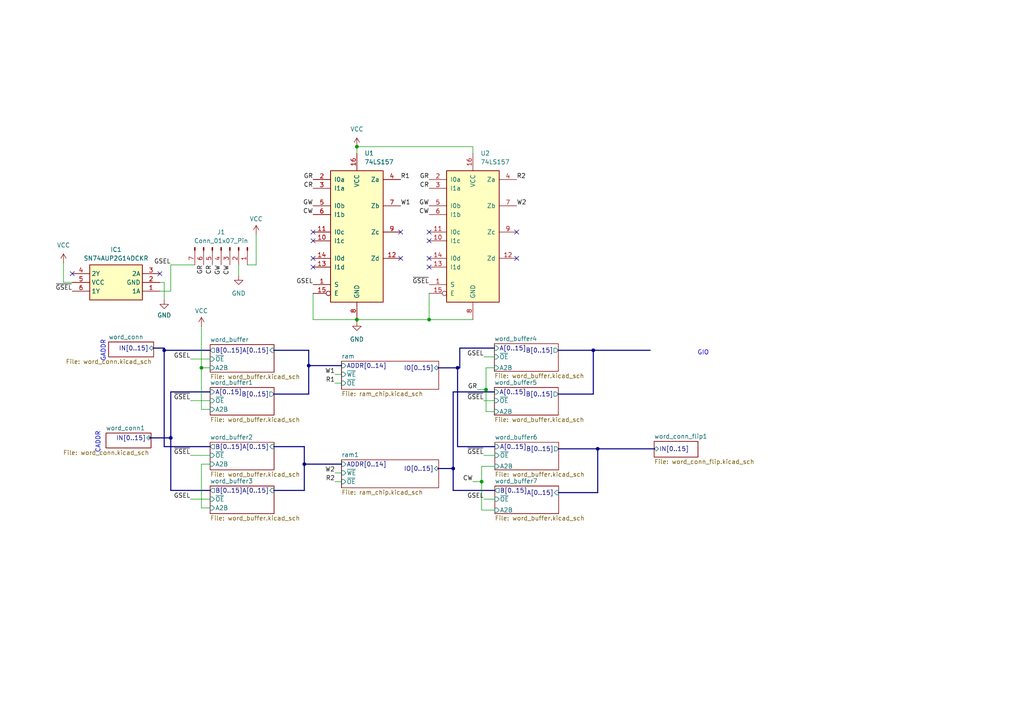
<source format=kicad_sch>
(kicad_sch (version 20231120) (generator "eeschema") (generator_version "8.0")
  (paper "A4")
  (lib_symbols
    (symbol "74xx:74LS157" (pin_names (offset 1.016))
      (property "Reference" "U" (at -7.62 19.05 0))
      (property "Value" "74LS157" (at -7.62 -21.59 0))
      (symbol "74LS157_1_0"
        (pin input line (at -12.7 -15.24 0) (length 5.08) (name "S") (number "1"))
        (pin input line (at -12.7 -2.54 0) (length 5.08) (name "I1c") (number "10"))
        (pin input line (at -12.7 0 0) (length 5.08) (name "I0c") (number "11"))
        (pin output line (at 12.7 -7.62 180) (length 5.08) (name "Zd") (number "12"))
        (pin input line (at -12.7 -10.16 0) (length 5.08) (name "I1d") (number "13"))
        (pin input line (at -12.7 -7.62 0) (length 5.08) (name "I0d") (number "14"))
        (pin input inverted (at -12.7 -17.78 0) (length 5.08) (name "E") (number "15"))
        (pin power_in line (at 0 22.86 270) (length 5.08) (name "VCC") (number "16"))
        (pin input line (at -12.7 15.24 0) (length 5.08) (name "I0a") (number "2"))
        (pin input line (at -12.7 12.7 0) (length 5.08) (name "I1a") (number "3"))
        (pin output line (at 12.7 15.24 180) (length 5.08) (name "Za") (number "4"))
        (pin input line (at -12.7 7.62 0) (length 5.08) (name "I0b") (number "5"))
        (pin input line (at -12.7 5.08 0) (length 5.08) (name "I1b") (number "6"))
        (pin output line (at 12.7 7.62 180) (length 5.08) (name "Zb") (number "7"))
        (pin power_in line (at 0 -25.4 90) (length 5.08) (name "GND") (number "8"))
        (pin output line (at 12.7 0 180) (length 5.08) (name "Zc") (number "9"))
      )
      (symbol "74LS157_1_1"
        (rectangle (start -7.62 17.78) (end 7.62 -20.32) (stroke (width 0.254)) (fill (type background)))
      )
    )
    (symbol "Connector:Conn_01x07_Pin" (pin_names (offset 1.016) hide)
      (property "Reference" "J" (at 0 10.16 0))
      (property "Value" "Conn_01x07_Pin" (at 0 -10.16 0))
      (symbol "Conn_01x07_Pin_1_1"
        (polyline (pts (xy 1.27 -7.62) (xy 0.8636 -7.62)) (stroke (width 0.1524)))
        (polyline (pts (xy 1.27 -5.08) (xy 0.8636 -5.08)) (stroke (width 0.1524)))
        (polyline (pts (xy 1.27 -2.54) (xy 0.8636 -2.54)) (stroke (width 0.1524)))
        (polyline (pts (xy 1.27 0) (xy 0.8636 0)) (stroke (width 0.1524)))
        (polyline (pts (xy 1.27 2.54) (xy 0.8636 2.54)) (stroke (width 0.1524)))
        (polyline (pts (xy 1.27 5.08) (xy 0.8636 5.08)) (stroke (width 0.1524)))
        (polyline (pts (xy 1.27 7.62) (xy 0.8636 7.62)) (stroke (width 0.1524)))
        (rectangle (start 0.8636 -7.493) (end 0 -7.747) (stroke (width 0.1524)) (fill (type outline)))
        (rectangle (start 0.8636 -4.953) (end 0 -5.207) (stroke (width 0.1524)) (fill (type outline)))
        (rectangle (start 0.8636 -2.413) (end 0 -2.667) (stroke (width 0.1524)) (fill (type outline)))
        (rectangle (start 0.8636 0.127) (end 0 -0.127) (stroke (width 0.1524)) (fill (type outline)))
        (rectangle (start 0.8636 2.667) (end 0 2.413) (stroke (width 0.1524)) (fill (type outline)))
        (rectangle (start 0.8636 5.207) (end 0 4.953) (stroke (width 0.1524)) (fill (type outline)))
        (rectangle (start 0.8636 7.747) (end 0 7.493) (stroke (width 0.1524)) (fill (type outline)))
        (pin passive line (at 5.08 7.62 180) (length 3.81) (name "Pin_1") (number "1"))
        (pin passive line (at 5.08 5.08 180) (length 3.81) (name "Pin_2") (number "2"))
        (pin passive line (at 5.08 2.54 180) (length 3.81) (name "Pin_3") (number "3"))
        (pin passive line (at 5.08 0 180) (length 3.81) (name "Pin_4") (number "4"))
        (pin passive line (at 5.08 -2.54 180) (length 3.81) (name "Pin_5") (number "5"))
        (pin passive line (at 5.08 -5.08 180) (length 3.81) (name "Pin_6") (number "6"))
        (pin passive line (at 5.08 -7.62 180) (length 3.81) (name "Pin_7") (number "7"))
      )
    )
    (symbol "SN74AUP2G14DCKR:SN74AUP2G14DCKR"
      (property "Reference" "IC" (at 21.59 7.62 0))
      (property "Value" "SN74AUP2G14DCKR" (at 21.59 5.08 0))
      (symbol "SN74AUP2G14DCKR_1_1"
        (rectangle (start 5.08 2.54) (end 20.32 -7.62) (stroke (width 0.254)) (fill (type background)))
        (pin passive line (at 0 0 0) (length 5.08) (name "1A") (number "1"))
        (pin power_in line (at 0 -2.54 0) (length 5.08) (name "GND") (number "2"))
        (pin passive line (at 0 -5.08 0) (length 5.08) (name "2A") (number "3"))
        (pin passive line (at 25.4 -5.08 180) (length 5.08) (name "2Y") (number "4"))
        (pin power_in line (at 25.4 -2.54 180) (length 5.08) (name "VCC") (number "5"))
        (pin passive line (at 25.4 0 180) (length 5.08) (name "1Y") (number "6"))
      )
    )
    (symbol "power:GND" (power) (pin_numbers hide) (pin_names (offset 0) hide)
      (property "Value" "GND" (at 0 -3.81 0))
      (symbol "GND_0_1"
        (polyline (pts (xy 0 0) (xy 0 -1.27) (xy 1.27 -1.27) (xy 0 -2.54) (xy -1.27 -1.27) (xy 0 -1.27)))
      )
      (symbol "GND_1_1"
        (pin power_in line (at 0 0 270) (length 0) (name "~") (number "1"))
      )
    )
    (symbol "power:VCC" (power) (pin_numbers hide) (pin_names (offset 0) hide)
      (property "Value" "VCC" (at 0 3.556 0))
      (symbol "VCC_0_1"
        (polyline (pts (xy -0.762 1.27) (xy 0 2.54)))
        (polyline (pts (xy 0 0) (xy 0 2.54)))
        (polyline (pts (xy 0 2.54) (xy 0.762 1.27)))
      )
      (symbol "VCC_1_1"
        (pin power_in line (at 0 0 90) (length 0) (name "~") (number "1"))
      )
    )
  )
  (junction (at 131.445 135.89))
  (junction (at 58.42 106.68))
  (junction (at 88.265 134.62))
  (junction (at 172.085 101.6))
  (junction (at 89.535 106.045))
  (junction (at 139.7 139.7))
  (junction (at 132.715 106.68))
  (junction (at 47.625 101.6))
  (junction (at 140.97 113.03))
  (junction (at 103.505 92.71))
  (junction (at 173.355 130.175))
  (junction (at 103.505 42.545))
  (junction (at 49.53 127))
  (junction (at 124.46 92.71))
  (no_connect (at 124.46 69.85))
  (no_connect (at 124.46 74.93))
  (no_connect (at 124.46 77.47))
  (no_connect (at 90.805 67.31))
  (no_connect (at 20.955 79.375))
  (no_connect (at 116.205 67.31))
  (no_connect (at 90.805 74.93))
  (no_connect (at 90.805 69.85))
  (no_connect (at 149.86 74.93))
  (no_connect (at 124.46 67.31))
  (no_connect (at 149.86 67.31))
  (no_connect (at 116.205 74.93))
  (no_connect (at 46.355 79.375))
  (no_connect (at 90.805 77.47))
  (wire (pts (xy 18.415 81.915) (xy 20.955 81.915)))
  (wire (pts (xy 140.97 119.38) (xy 143.383 119.38)))
  (wire (pts (xy 49.53 76.835) (xy 56.515 76.835)))
  (wire (pts (xy 137.16 139.7) (xy 139.7 139.7)))
  (bus (pts (xy 161.925 142.875) (xy 173.355 142.875)))
  (bus (pts (xy 173.355 142.875) (xy 173.355 130.175)))
  (bus (pts (xy 173.355 130.175) (xy 189.865 130.175)))
  (bus (pts (xy 133.35 100.965) (xy 133.35 106.68)))
  (bus (pts (xy 89.535 114.3) (xy 89.535 106.045)))
  (bus (pts (xy 89.535 101.6) (xy 89.535 106.045)))
  (wire (pts (xy 139.7 135.255) (xy 139.7 139.7)))
  (wire (pts (xy 55.245 144.78) (xy 60.96 144.78)))
  (bus (pts (xy 88.265 134.62) (xy 99.06 134.62)))
  (bus (pts (xy 47.625 101.6) (xy 47.625 129.54)))
  (bus (pts (xy 88.265 142.24) (xy 88.265 134.62)))
  (wire (pts (xy 58.42 106.68) (xy 58.42 118.745)))
  (wire (pts (xy 140.335 103.505) (xy 143.383 103.505)))
  (wire (pts (xy 69.215 76.835) (xy 69.215 80.01)))
  (bus (pts (xy 49.53 127) (xy 49.53 113.665)))
  (wire (pts (xy 140.97 113.03) (xy 140.97 119.38)))
  (wire (pts (xy 139.7 147.955) (xy 143.51 147.955)))
  (wire (pts (xy 90.805 85.09) (xy 90.805 92.71)))
  (bus (pts (xy 49.53 113.665) (xy 60.96 113.665)))
  (bus (pts (xy 132.715 106.68) (xy 133.35 106.68)))
  (bus (pts (xy 127 135.89) (xy 131.445 135.89)))
  (wire (pts (xy 140.97 106.68) (xy 140.97 113.03)))
  (bus (pts (xy 161.925 114.3) (xy 172.085 114.3)))
  (bus (pts (xy 47.625 100.965) (xy 47.625 101.6)))
  (wire (pts (xy 97.155 111.125) (xy 99.06 111.125)))
  (wire (pts (xy 143.51 135.255) (xy 139.7 135.255)))
  (wire (pts (xy 58.42 94.615) (xy 58.42 106.68)))
  (wire (pts (xy 49.53 76.835) (xy 49.53 84.455)))
  (bus (pts (xy 79.375 114.3) (xy 89.535 114.3)))
  (wire (pts (xy 90.805 92.71) (xy 103.505 92.71)))
  (wire (pts (xy 18.415 76.2) (xy 18.415 81.915)))
  (bus (pts (xy 172.085 101.6) (xy 172.085 114.3)))
  (bus (pts (xy 44.45 100.965) (xy 47.625 100.965)))
  (bus (pts (xy 79.375 142.24) (xy 88.265 142.24)))
  (wire (pts (xy 74.295 76.835) (xy 71.755 76.835)))
  (wire (pts (xy 103.505 42.545) (xy 103.505 44.45)))
  (bus (pts (xy 43.18 127) (xy 49.53 127)))
  (bus (pts (xy 79.375 129.54) (xy 88.265 129.54)))
  (wire (pts (xy 46.355 84.455) (xy 49.53 84.455)))
  (wire (pts (xy 140.335 144.78) (xy 143.51 144.78)))
  (bus (pts (xy 172.085 101.6) (xy 188.595 101.6)))
  (bus (pts (xy 131.445 135.89) (xy 131.445 142.24)))
  (wire (pts (xy 139.7 139.7) (xy 139.7 147.955)))
  (wire (pts (xy 140.335 116.205) (xy 143.383 116.205)))
  (wire (pts (xy 124.46 92.71) (xy 137.16 92.71)))
  (wire (pts (xy 103.505 92.71) (xy 124.46 92.71)))
  (bus (pts (xy 47.625 129.54) (xy 60.96 129.54)))
  (wire (pts (xy 58.42 106.68) (xy 60.96 106.68)))
  (bus (pts (xy 88.265 129.54) (xy 88.265 134.62)))
  (wire (pts (xy 46.355 81.915) (xy 47.625 81.915)))
  (wire (pts (xy 55.245 104.14) (xy 60.96 104.14)))
  (wire (pts (xy 97.155 139.7) (xy 99.06 139.7)))
  (bus (pts (xy 127 106.68) (xy 132.715 106.68)))
  (wire (pts (xy 58.42 134.62) (xy 60.96 134.62)))
  (bus (pts (xy 47.625 101.6) (xy 60.96 101.6)))
  (wire (pts (xy 47.625 81.915) (xy 47.625 86.995)))
  (bus (pts (xy 131.445 142.24) (xy 143.51 142.24)))
  (wire (pts (xy 58.42 118.745) (xy 60.96 118.745)))
  (wire (pts (xy 124.46 85.09) (xy 124.46 92.71)))
  (wire (pts (xy 58.42 134.62) (xy 58.42 147.32)))
  (bus (pts (xy 132.715 106.68) (xy 132.715 129.54)))
  (bus (pts (xy 161.925 130.175) (xy 173.355 130.175)))
  (wire (pts (xy 97.155 108.585) (xy 99.06 108.585)))
  (wire (pts (xy 55.245 132.08) (xy 60.96 132.08)))
  (bus (pts (xy 131.445 113.665) (xy 143.383 113.665)))
  (wire (pts (xy 137.16 42.545) (xy 137.16 44.45)))
  (wire (pts (xy 55.245 116.205) (xy 60.96 116.205)))
  (wire (pts (xy 103.505 42.545) (xy 137.16 42.545)))
  (bus (pts (xy 79.375 101.6) (xy 89.535 101.6)))
  (wire (pts (xy 138.43 113.03) (xy 140.97 113.03)))
  (bus (pts (xy 161.925 101.6) (xy 172.085 101.6)))
  (bus (pts (xy 131.445 135.89) (xy 131.445 113.665)))
  (bus (pts (xy 143.383 100.965) (xy 133.35 100.965)))
  (wire (pts (xy 143.383 106.68) (xy 140.97 106.68)))
  (bus (pts (xy 89.535 106.045) (xy 99.06 106.045)))
  (wire (pts (xy 140.335 132.08) (xy 143.51 132.08)))
  (wire (pts (xy 97.155 137.16) (xy 99.06 137.16)))
  (bus (pts (xy 132.715 129.54) (xy 143.51 129.54)))
  (wire (pts (xy 74.295 67.945) (xy 74.295 76.835)))
  (bus (pts (xy 49.53 142.24) (xy 60.96 142.24)))
  (wire (pts (xy 103.505 93.345) (xy 103.505 92.71)))
  (wire (pts (xy 58.42 147.32) (xy 60.96 147.32)))
  (bus (pts (xy 49.53 127) (xy 49.53 142.24)))
  (text "CADDR" (at 28.448 128.27 90) (effects (font (size 1.27 1.27))))
  (text "GADDR\n" (at 29.972 101.727 90) (effects (font (size 1.27 1.27))))
  (text "GIO\n" (at 203.962 102.362 0) (effects (font (size 1.27 1.27))))
  (label "GSEL" (at 140.335 103.505 180))
  (label "~{GSEL}" (at 140.335 132.08 180))
  (label "CW" (at 124.46 62.23 180))
  (label "~{GSEL}" (at 124.46 82.55 180))
  (label "W2" (at 97.155 137.16 180))
  (label "R1" (at 97.155 111.125 180))
  (label "GSEL" (at 55.245 144.78 180))
  (label "GR" (at 59.055 76.835 270))
  (label "GSEL" (at 90.805 82.55 180))
  (label "W2" (at 149.86 59.69 0))
  (label "R2" (at 149.86 52.07 0))
  (label "GW" (at 90.805 59.69 180))
  (label "~{GSEL}" (at 55.245 116.205 180))
  (label "R1" (at 116.205 52.07 0))
  (label "GSEL" (at 55.245 104.14 180))
  (label "GR" (at 90.805 52.07 180))
  (label "GW" (at 64.135 76.835 270))
  (label "GSEL" (at 49.53 76.835 180))
  (label "~{GSEL}" (at 140.335 116.205 180))
  (label "~{GSEL}" (at 55.245 132.08 180))
  (label "CR" (at 90.805 54.61 180))
  (label "GR" (at 138.43 113.03 180))
  (label "R2" (at 97.155 139.7 180))
  (label "~{GSEL}" (at 20.955 84.455 180))
  (label "GSEL" (at 140.335 144.78 180))
  (label "CR" (at 124.46 54.61 180))
  (label "CR" (at 61.595 76.835 270))
  (label "GR" (at 124.46 52.07 180))
  (label "GW" (at 124.46 59.69 180))
  (label "CW" (at 90.805 62.23 180))
  (label "W1" (at 116.205 59.69 0))
  (label "W1" (at 97.155 108.585 180))
  (label "CW" (at 66.675 76.835 270))
  (label "CW" (at 137.16 139.7 180))
  (symbol (lib_id "Connector:Conn_01x07_Pin") (at 64.135 71.755 270) (unit 1)
    (property "Reference" "J1" (at 64.135 67.31 90))
    (property "Value" "Conn_01x07_Pin" (at 64.135 69.85 90))
    (property "Footprint" "Connector_PinSocket_2.54mm:PinSocket_1x07_P2.54mm_Vertical" (effects (hide yes)))
    (property "Description" "Generic connector, single row, 01x07, script generated" (effects (hide yes)))
  )
  (symbol (lib_id "power:VCC") (at 58.42 94.615 0) (unit 1)
    (property "Reference" "#PWR03" (effects (hide yes)))
    (property "Value" "VCC" (at 58.42 90.17 0))
    (property "Description" "Power symbol creates a global label with name \"VCC\"" (effects (hide yes)))
  )
  (symbol (lib_id "74xx:74LS157") (at 137.16 67.31 0) (unit 1)
    (property "Reference" "U2" (at 139.3541 44.45 0) (effects (justify left)))
    (property "Value" "74LS157" (at 139.3541 46.99 0) (effects (justify left)))
    (property "Footprint" "Package_SO:SOIC-16_3.9x9.9mm_P1.27mm" (effects (hide yes)))
    (property "Datasheet" "http://www.ti.com/lit/gpn/sn74LS157" (effects (hide yes)))
    (property "Description" "Quad 2 to 1 line Multiplexer" (effects (hide yes)))
  )
  (symbol (lib_id "power:GND") (at 69.215 80.01 0) (unit 1)
    (property "Reference" "#PWR04" (effects (hide yes)))
    (property "Value" "GND" (at 69.215 85.09 0))
    (property "Description" "Power symbol creates a global label with name \"GND\" , ground" (effects (hide yes)))
  )
  (symbol (lib_id "power:VCC") (at 103.505 42.545 0) (unit 1)
    (property "Reference" "#PWR06" (effects (hide yes)))
    (property "Value" "VCC" (at 103.505 37.465 0))
    (property "Description" "Power symbol creates a global label with name \"VCC\"" (effects (hide yes)))
  )
  (symbol (lib_id "power:VCC") (at 18.415 76.2 0) (unit 1)
    (property "Reference" "#PWR01" (effects (hide yes)))
    (property "Value" "VCC" (at 18.415 71.12 0))
    (property "Description" "Power symbol creates a global label with name \"VCC\"" (effects (hide yes)))
  )
  (symbol (lib_id "74xx:74LS157") (at 103.505 67.31 0) (unit 1)
    (property "Reference" "U1" (at 105.6991 44.45 0) (effects (justify left)))
    (property "Value" "74LS157" (at 105.6991 46.99 0) (effects (justify left)))
    (property "Footprint" "Package_SO:SOIC-16_3.9x9.9mm_P1.27mm" (effects (hide yes)))
    (property "Datasheet" "http://www.ti.com/lit/gpn/sn74LS157" (effects (hide yes)))
    (property "Description" "Quad 2 to 1 line Multiplexer" (effects (hide yes)))
  )
  (symbol (lib_id "power:GND") (at 47.625 86.995 0) (unit 1)
    (property "Reference" "#PWR02" (effects (hide yes)))
    (property "Value" "GND" (at 47.625 91.44 0))
    (property "Description" "Power symbol creates a global label with name \"GND\" , ground" (effects (hide yes)))
  )
  (symbol (lib_id "power:GND") (at 103.505 93.345 0) (unit 1)
    (property "Reference" "#PWR07" (effects (hide yes)))
    (property "Value" "GND" (at 103.505 98.425 0))
    (property "Description" "Power symbol creates a global label with name \"GND\" , ground" (effects (hide yes)))
  )
  (symbol (lib_id "power:VCC") (at 74.295 67.945 0) (unit 1)
    (property "Reference" "#PWR05" (effects (hide yes)))
    (property "Value" "VCC" (at 74.295 63.5 0))
    (property "Description" "Power symbol creates a global label with name \"VCC\"" (effects (hide yes)))
  )
  (symbol (lib_id "SN74AUP2G14DCKR:SN74AUP2G14DCKR") (at 46.355 84.455 180) (unit 1)
    (property "Reference" "IC1" (at 33.655 72.39 0))
    (property "Value" "SN74AUP2G14DCKR" (at 33.655 74.93 0))
    (property "Footprint" "sn74aup2:SOT65P210X110-6N" (effects (hide yes)))
    (property "Datasheet" "http://www.ti.com/lit/ds/symlink/sn74aup2g14.pdf" (effects (hide yes)))
    (property "Description" "Low-Power Dual Schmitt-Trigger Inverter" (effects (hide yes)))
    (property "Height" "1.1" (effects (hide yes)))
    (property "Mouser Part Number" "595-SN74AUP2G14DCKR" (effects (hide yes)))
    (property "Mouser Price/Stock" "https://www.mouser.co.uk/ProductDetail/Texas-Instruments/SN74AUP2G14DCKR?qs=EuM%2FBx4ov4QTOJAKFTdFxA%3D%3D" (effects (hide yes)))
    (property "Manufacturer_Name" "Texas Instruments" (effects (hide yes)))
    (property "Manufacturer_Part_Number" "SN74AUP2G14DCKR" (effects (hide yes)))
  )
  (sheet (at 143.51 128.27) (size 18.542 8.001) (stroke (width 0.1524))
    (property "Sheetname" "word_buffer6" (at 143.51 127.5584 0) (effects (justify left bottom)))
    (property "Sheetfile" "word_buffer.kicad_sch" (at 143.51 136.8556 0) (effects (justify left top)))
    (pin "~{OE}" input (at 143.51 132.08 180))
    (pin "A[0..15]" input (at 143.51 129.54 180))
    (pin "B[0..15]" output (at 162.052 130.175 0))
    (pin "A2B" input (at 143.51 135.255 180))
  )
  (sheet (at 143.51 140.97) (size 18.542 8.001) (stroke (width 0.1524))
    (property "Sheetname" "word_buffer7" (at 143.51 140.2584 0) (effects (justify left bottom)))
    (property "Sheetfile" "word_buffer.kicad_sch" (at 143.51 149.5556 0) (effects (justify left top)))
    (pin "~{OE}" input (at 143.51 144.78 180))
    (pin "A[0..15]" input (at 162.052 142.875 0))
    (pin "B[0..15]" output (at 143.51 142.24 180))
    (pin "A2B" input (at 143.51 147.955 180))
  )
  (sheet (at 99.06 104.775) (size 28.194 8.128) (stroke (width 0.1524))
    (property "Sheetname" "ram" (at 99.06 104.0634 0) (effects (justify left bottom)))
    (property "Sheetfile" "ram_chip.kicad_sch" (at 99.06 113.4876 0) (effects (justify left top)))
    (pin "ADDR[0..14]" input (at 99.06 106.045 180))
    (pin "~{WE}" input (at 99.06 108.585 180))
    (pin "~{OE}" input (at 99.06 111.125 180))
    (pin "IO[0..15]" bidirectional (at 127.254 106.68 0))
  )
  (sheet (at 31.496 99.187) (size 13.081 4.318) (stroke (width 0.1524))
    (property "Sheetname" "word_conn" (at 31.496 98.4754 0) (effects (justify left bottom)))
    (property "Sheetfile" "word_conn.kicad_sch" (at 19.05 104.14 0) (effects (justify left top)))
    (pin "IN[0..15]" tri_state (at 44.577 100.965 0))
  )
  (sheet (at 60.96 128.27) (size 18.542 8.001) (stroke (width 0.1524))
    (property "Sheetname" "word_buffer2" (at 60.96 127.5584 0) (effects (justify left bottom)))
    (property "Sheetfile" "word_buffer.kicad_sch" (at 60.96 136.8556 0) (effects (justify left top)))
    (pin "~{OE}" input (at 60.96 132.08 180))
    (pin "A[0..15]" input (at 79.502 129.54 0))
    (pin "B[0..15]" output (at 60.96 129.54 180))
    (pin "A2B" input (at 60.96 134.62 180))
  )
  (sheet (at 143.383 112.395) (size 18.542 8.001) (stroke (width 0.1524))
    (property "Sheetname" "word_buffer5" (at 143.383 111.6834 0) (effects (justify left bottom)))
    (property "Sheetfile" "word_buffer.kicad_sch" (at 143.383 120.9806 0) (effects (justify left top)))
    (pin "~{OE}" input (at 143.383 116.205 180))
    (pin "A[0..15]" input (at 143.383 113.665 180))
    (pin "B[0..15]" output (at 161.925 114.3 0))
    (pin "A2B" input (at 143.383 119.38 180))
  )
  (sheet (at 60.96 140.97) (size 18.542 8.001) (stroke (width 0.1524))
    (property "Sheetname" "word_buffer3" (at 60.96 140.2584 0) (effects (justify left bottom)))
    (property "Sheetfile" "word_buffer.kicad_sch" (at 60.96 149.5556 0) (effects (justify left top)))
    (pin "~{OE}" input (at 60.96 144.78 180))
    (pin "A[0..15]" input (at 79.502 142.24 0))
    (pin "B[0..15]" output (at 60.96 142.24 180))
    (pin "A2B" input (at 60.96 147.32 180))
  )
  (sheet (at 99.06 133.35) (size 28.194 8.128) (stroke (width 0.1524))
    (property "Sheetname" "ram1" (at 99.06 132.6384 0) (effects (justify left bottom)))
    (property "Sheetfile" "ram_chip.kicad_sch" (at 99.06 142.0626 0) (effects (justify left top)))
    (pin "ADDR[0..14]" input (at 99.06 134.62 180))
    (pin "~{WE}" input (at 99.06 137.16 180))
    (pin "~{OE}" input (at 99.06 139.7 180))
    (pin "IO[0..15]" bidirectional (at 127.254 135.89 0))
  )
  (sheet (at 60.96 99.949) (size 18.542 8.001) (stroke (width 0.1524))
    (property "Sheetname" "word_buffer" (at 60.96 99.2374 0) (effects (justify left bottom)))
    (property "Sheetfile" "word_buffer.kicad_sch" (at 60.96 108.5346 0) (effects (justify left top)))
    (pin "~{OE}" input (at 60.96 104.14 180))
    (pin "A[0..15]" input (at 79.502 101.6 0))
    (pin "B[0..15]" output (at 60.96 101.6 180))
    (pin "A2B" input (at 60.96 106.68 180))
  )
  (sheet (at 189.738 128.016) (size 12.7 4.572) (stroke (width 0.1524))
    (property "Sheetname" "word_conn_flip1" (at 189.738 127.3044 0) (effects (justify left bottom)))
    (property "Sheetfile" "word_conn_flip.kicad_sch" (at 189.738 133.1726 0) (effects (justify left top)))
    (pin "IN[0..15]" tri_state (at 189.738 130.175 180))
  )
  (sheet (at 143.383 99.695) (size 18.542 8.001) (stroke (width 0.1524))
    (property "Sheetname" "word_buffer4" (at 143.383 98.9834 0) (effects (justify left bottom)))
    (property "Sheetfile" "word_buffer.kicad_sch" (at 143.383 108.2806 0) (effects (justify left top)))
    (pin "~{OE}" input (at 143.383 103.505 180))
    (pin "A[0..15]" input (at 143.383 100.965 180))
    (pin "B[0..15]" output (at 161.925 101.6 0))
    (pin "A2B" input (at 143.383 106.68 180))
  )
  (sheet (at 60.96 112.395) (size 18.542 8.001) (stroke (width 0.1524))
    (property "Sheetname" "word_buffer1" (at 60.96 111.6834 0) (effects (justify left bottom)))
    (property "Sheetfile" "word_buffer.kicad_sch" (at 60.96 120.9806 0) (effects (justify left top)))
    (pin "~{OE}" input (at 60.96 116.205 180))
    (pin "A[0..15]" input (at 60.96 113.665 180))
    (pin "B[0..15]" output (at 79.502 114.3 0))
    (pin "A2B" input (at 60.96 118.745 180))
  )
  (sheet (at 30.734 125.603) (size 13.081 4.318) (stroke (width 0.1524))
    (property "Sheetname" "word_conn1" (at 30.734 124.8914 0) (effects (justify left bottom)))
    (property "Sheetfile" "word_conn.kicad_sch" (at 18.288 130.556 0) (effects (justify left top)))
    (pin "IN[0..15]" tri_state (at 43.815 127 0))
  )
)
</source>
